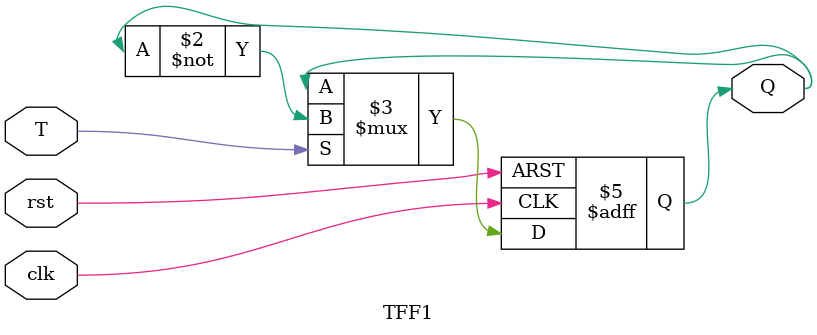
<source format=v>
`timescale 1ns / 1ps

module TFF1(
input T,clk,rst,
output reg Q 
    );
    
always @(posedge clk or posedge rst)
begin
    if(rst)
    Q <= 1'b0;
    else if(T)
    Q <= ~Q;
end
          
endmodule

</source>
